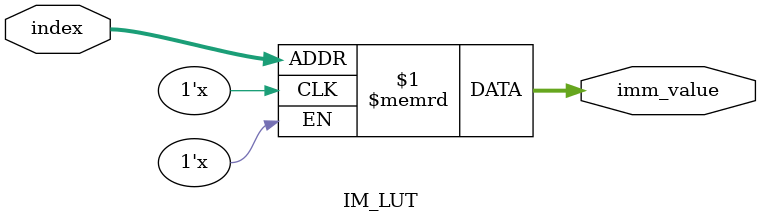
<source format=sv>
module IM_LUT #(
    parameter DATA_PATH_WIDTH = 8
) (
    input  logic [                4:0] index,     // index from LOAD_IMM
    output logic [DATA_PATH_WIDTH-1:0] imm_value  // immediate value output
);

    localparam LUT_SIZE = 32;

    // 32-entry immediate lookup table
    logic [DATA_PATH_WIDTH-1:0] im_mem[0:LUT_SIZE-1];

    // Combinational read
    assign imm_value = im_mem[index];

    // // Load from external file
    // initial begin
    //     // File example (binary or hex): one immediate per line
    //     // 00001010  (10)
    //     // 11110000  (-16)
    //     $readmemb("im_lut.txt", im_mem);
    // end

endmodule

</source>
